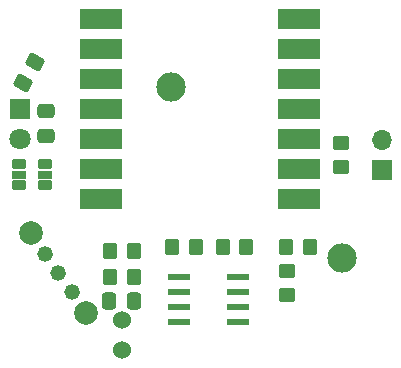
<source format=gbr>
%TF.GenerationSoftware,KiCad,Pcbnew,7.0.9*%
%TF.CreationDate,2024-04-20T20:01:19-07:00*%
%TF.ProjectId,mini_v1,6d696e69-5f76-4312-9e6b-696361645f70,rev?*%
%TF.SameCoordinates,Original*%
%TF.FileFunction,Soldermask,Bot*%
%TF.FilePolarity,Negative*%
%FSLAX46Y46*%
G04 Gerber Fmt 4.6, Leading zero omitted, Abs format (unit mm)*
G04 Created by KiCad (PCBNEW 7.0.9) date 2024-04-20 20:01:19*
%MOMM*%
%LPD*%
G01*
G04 APERTURE LIST*
G04 Aperture macros list*
%AMRoundRect*
0 Rectangle with rounded corners*
0 $1 Rounding radius*
0 $2 $3 $4 $5 $6 $7 $8 $9 X,Y pos of 4 corners*
0 Add a 4 corners polygon primitive as box body*
4,1,4,$2,$3,$4,$5,$6,$7,$8,$9,$2,$3,0*
0 Add four circle primitives for the rounded corners*
1,1,$1+$1,$2,$3*
1,1,$1+$1,$4,$5*
1,1,$1+$1,$6,$7*
1,1,$1+$1,$8,$9*
0 Add four rect primitives between the rounded corners*
20,1,$1+$1,$2,$3,$4,$5,0*
20,1,$1+$1,$4,$5,$6,$7,0*
20,1,$1+$1,$6,$7,$8,$9,0*
20,1,$1+$1,$8,$9,$2,$3,0*%
G04 Aperture macros list end*
%ADD10RoundRect,0.250000X0.242612X-0.529784X0.580112X0.054784X-0.242612X0.529784X-0.580112X-0.054784X0*%
%ADD11C,1.800000*%
%ADD12R,1.800000X1.800000*%
%ADD13C,1.320800*%
%ADD14C,2.006600*%
%ADD15C,1.524000*%
%ADD16C,2.484000*%
%ADD17RoundRect,0.250000X-0.350000X-0.450000X0.350000X-0.450000X0.350000X0.450000X-0.350000X0.450000X0*%
%ADD18RoundRect,0.250000X-0.337500X-0.475000X0.337500X-0.475000X0.337500X0.475000X-0.337500X0.475000X0*%
%ADD19RoundRect,0.250000X0.450000X-0.350000X0.450000X0.350000X-0.450000X0.350000X-0.450000X-0.350000X0*%
%ADD20R,1.700000X1.700000*%
%ADD21O,1.700000X1.700000*%
%ADD22RoundRect,0.250000X0.350000X0.450000X-0.350000X0.450000X-0.350000X-0.450000X0.350000X-0.450000X0*%
%ADD23RoundRect,0.250000X0.475000X-0.337500X0.475000X0.337500X-0.475000X0.337500X-0.475000X-0.337500X0*%
%ADD24R,1.981200X0.558800*%
%ADD25RoundRect,0.250000X-0.450000X0.350000X-0.450000X-0.350000X0.450000X-0.350000X0.450000X0.350000X0*%
%ADD26R,3.556000X1.778000*%
%ADD27RoundRect,0.102000X-0.515000X-0.310000X0.515000X-0.310000X0.515000X0.310000X-0.515000X0.310000X0*%
%ADD28RoundRect,0.102000X-0.515000X-0.250000X0.515000X-0.250000X0.515000X0.250000X-0.515000X0.250000X0*%
G04 APERTURE END LIST*
D10*
%TO.C,R3*%
X85471000Y-40513000D03*
X86508500Y-38715998D03*
%TD*%
D11*
%TO.C,D1*%
X85217000Y-45212000D03*
D12*
X85217000Y-42672000D03*
%TD*%
D13*
%TO.C,SW1*%
X87311714Y-54934939D03*
X88458867Y-56573244D03*
X89606021Y-58211549D03*
D14*
X86106000Y-53213000D03*
X90811735Y-59933488D03*
%TD*%
D15*
%TO.C,C2*%
X93853000Y-63119000D03*
X93853000Y-60579000D03*
%TD*%
D16*
%TO.C,BT1*%
X112467386Y-55317386D03*
X97978768Y-40828768D03*
%TD*%
D17*
%TO.C,R1*%
X98060000Y-54356000D03*
X100060000Y-54356000D03*
%TD*%
D18*
%TO.C,C3*%
X92769500Y-58928000D03*
X94844500Y-58928000D03*
%TD*%
D19*
%TO.C,Rf2*%
X107823000Y-58404000D03*
X107823000Y-56404000D03*
%TD*%
D20*
%TO.C,J1*%
X115824000Y-47884000D03*
D21*
X115824000Y-45344000D03*
%TD*%
D22*
%TO.C,Rs1*%
X94837000Y-56881000D03*
X92837000Y-56881000D03*
%TD*%
D23*
%TO.C,C1*%
X87376000Y-42883000D03*
X87376000Y-44958000D03*
%TD*%
D17*
%TO.C,Rf1*%
X92837000Y-54737000D03*
X94837000Y-54737000D03*
%TD*%
D24*
%TO.C,U2*%
X103632000Y-56896000D03*
X103632000Y-58166000D03*
X103632000Y-59436000D03*
X103632000Y-60706000D03*
X98704400Y-60706000D03*
X98704400Y-59436000D03*
X98704400Y-58166000D03*
X98704400Y-56896000D03*
%TD*%
D17*
%TO.C,R2*%
X102362000Y-54356000D03*
X104362000Y-54356000D03*
%TD*%
D25*
%TO.C,Rb1*%
X112395000Y-45593000D03*
X112395000Y-47593000D03*
%TD*%
D26*
%TO.C,U1*%
X108839000Y-35052000D03*
X108839000Y-37592000D03*
X108839000Y-40132000D03*
X108839000Y-42672000D03*
X108839000Y-45212000D03*
X108839000Y-47752000D03*
X108839000Y-50292000D03*
X92075000Y-35052000D03*
X92075000Y-37592000D03*
X92075000Y-40132000D03*
X92075000Y-42672000D03*
X92075000Y-45212000D03*
X92075000Y-47752000D03*
X92075000Y-50292000D03*
%TD*%
D17*
%TO.C,Rg1*%
X107712000Y-54356000D03*
X109712000Y-54356000D03*
%TD*%
D27*
%TO.C,MK1*%
X87359000Y-49140000D03*
D28*
X87359000Y-48260000D03*
D27*
X87359000Y-47380000D03*
X85149000Y-47380000D03*
D28*
X85149000Y-48260000D03*
D27*
X85149000Y-49140000D03*
%TD*%
M02*

</source>
